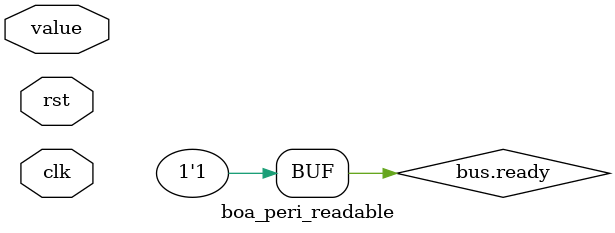
<source format=sv>


`timescale 1ns/1ps



// A single word of read-only MMIO.
module boa_peri_readable#(
    // Base address to respond to.
    parameter addr      = 32'h8000_0000
)(
    // CPU clock.
    input  logic        clk,
    // Synchronous reset.
    input  logic        rst,
    
    // Peripheral bus.
    boa_mem_bus.MEM     bus,
    
    // Value to present to the bus.
    input  logic[31:0]  value
);
    assign bus.ready = 1;
    always @(posedge clk) begin
        if (bus.addr == addr[bus.alen-1:2]) begin
            bus.rdata <= value;
        end else begin
            bus.rdata <= 0;
        end
    end
endmodule

</source>
